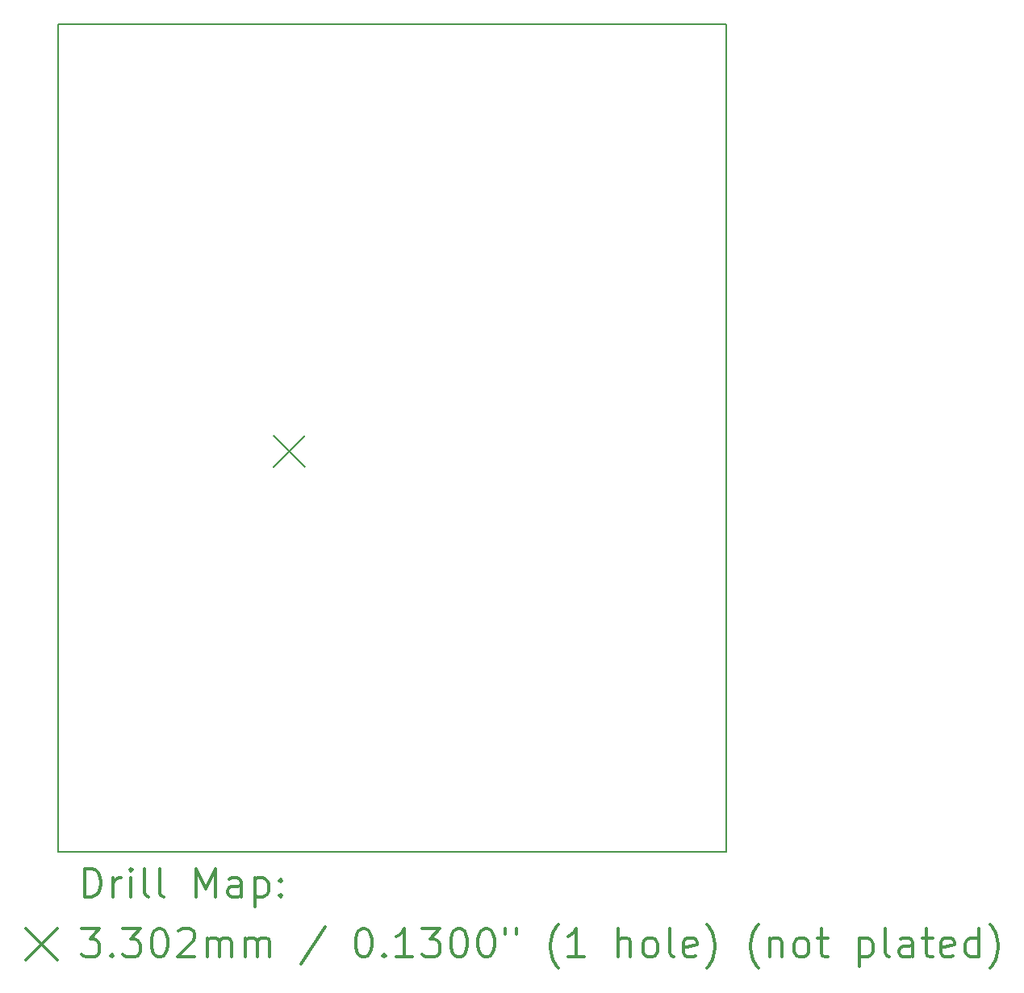
<source format=gbr>
%FSLAX45Y45*%
G04 Gerber Fmt 4.5, Leading zero omitted, Abs format (unit mm)*
G04 Created by KiCad (PCBNEW (5.1.10)-1) date 2021-11-18 00:00:58*
%MOMM*%
%LPD*%
G01*
G04 APERTURE LIST*
%TA.AperFunction,Profile*%
%ADD10C,0.152400*%
%TD*%
%ADD11C,0.200000*%
%ADD12C,0.300000*%
G04 APERTURE END LIST*
D10*
X18542000Y-6172200D02*
X18542000Y-14859000D01*
X11531600Y-6172200D02*
X18542000Y-6172200D01*
X11531600Y-14859000D02*
X11531600Y-6172200D01*
X18542000Y-14859000D02*
X11531600Y-14859000D01*
D11*
X13796010Y-10487660D02*
X14126210Y-10817860D01*
X14126210Y-10487660D02*
X13796010Y-10817860D01*
D12*
X11810408Y-15332334D02*
X11810408Y-15032334D01*
X11881837Y-15032334D01*
X11924694Y-15046620D01*
X11953266Y-15075191D01*
X11967551Y-15103763D01*
X11981837Y-15160906D01*
X11981837Y-15203763D01*
X11967551Y-15260906D01*
X11953266Y-15289477D01*
X11924694Y-15318049D01*
X11881837Y-15332334D01*
X11810408Y-15332334D01*
X12110408Y-15332334D02*
X12110408Y-15132334D01*
X12110408Y-15189477D02*
X12124694Y-15160906D01*
X12138980Y-15146620D01*
X12167551Y-15132334D01*
X12196123Y-15132334D01*
X12296123Y-15332334D02*
X12296123Y-15132334D01*
X12296123Y-15032334D02*
X12281837Y-15046620D01*
X12296123Y-15060906D01*
X12310408Y-15046620D01*
X12296123Y-15032334D01*
X12296123Y-15060906D01*
X12481837Y-15332334D02*
X12453266Y-15318049D01*
X12438980Y-15289477D01*
X12438980Y-15032334D01*
X12638980Y-15332334D02*
X12610408Y-15318049D01*
X12596123Y-15289477D01*
X12596123Y-15032334D01*
X12981837Y-15332334D02*
X12981837Y-15032334D01*
X13081837Y-15246620D01*
X13181837Y-15032334D01*
X13181837Y-15332334D01*
X13453266Y-15332334D02*
X13453266Y-15175191D01*
X13438980Y-15146620D01*
X13410408Y-15132334D01*
X13353266Y-15132334D01*
X13324694Y-15146620D01*
X13453266Y-15318049D02*
X13424694Y-15332334D01*
X13353266Y-15332334D01*
X13324694Y-15318049D01*
X13310408Y-15289477D01*
X13310408Y-15260906D01*
X13324694Y-15232334D01*
X13353266Y-15218049D01*
X13424694Y-15218049D01*
X13453266Y-15203763D01*
X13596123Y-15132334D02*
X13596123Y-15432334D01*
X13596123Y-15146620D02*
X13624694Y-15132334D01*
X13681837Y-15132334D01*
X13710408Y-15146620D01*
X13724694Y-15160906D01*
X13738980Y-15189477D01*
X13738980Y-15275191D01*
X13724694Y-15303763D01*
X13710408Y-15318049D01*
X13681837Y-15332334D01*
X13624694Y-15332334D01*
X13596123Y-15318049D01*
X13867551Y-15303763D02*
X13881837Y-15318049D01*
X13867551Y-15332334D01*
X13853266Y-15318049D01*
X13867551Y-15303763D01*
X13867551Y-15332334D01*
X13867551Y-15146620D02*
X13881837Y-15160906D01*
X13867551Y-15175191D01*
X13853266Y-15160906D01*
X13867551Y-15146620D01*
X13867551Y-15175191D01*
X11193780Y-15661520D02*
X11523980Y-15991720D01*
X11523980Y-15661520D02*
X11193780Y-15991720D01*
X11781837Y-15662334D02*
X11967551Y-15662334D01*
X11867551Y-15776620D01*
X11910408Y-15776620D01*
X11938980Y-15790906D01*
X11953266Y-15805191D01*
X11967551Y-15833763D01*
X11967551Y-15905191D01*
X11953266Y-15933763D01*
X11938980Y-15948049D01*
X11910408Y-15962334D01*
X11824694Y-15962334D01*
X11796123Y-15948049D01*
X11781837Y-15933763D01*
X12096123Y-15933763D02*
X12110408Y-15948049D01*
X12096123Y-15962334D01*
X12081837Y-15948049D01*
X12096123Y-15933763D01*
X12096123Y-15962334D01*
X12210408Y-15662334D02*
X12396123Y-15662334D01*
X12296123Y-15776620D01*
X12338980Y-15776620D01*
X12367551Y-15790906D01*
X12381837Y-15805191D01*
X12396123Y-15833763D01*
X12396123Y-15905191D01*
X12381837Y-15933763D01*
X12367551Y-15948049D01*
X12338980Y-15962334D01*
X12253266Y-15962334D01*
X12224694Y-15948049D01*
X12210408Y-15933763D01*
X12581837Y-15662334D02*
X12610408Y-15662334D01*
X12638980Y-15676620D01*
X12653266Y-15690906D01*
X12667551Y-15719477D01*
X12681837Y-15776620D01*
X12681837Y-15848049D01*
X12667551Y-15905191D01*
X12653266Y-15933763D01*
X12638980Y-15948049D01*
X12610408Y-15962334D01*
X12581837Y-15962334D01*
X12553266Y-15948049D01*
X12538980Y-15933763D01*
X12524694Y-15905191D01*
X12510408Y-15848049D01*
X12510408Y-15776620D01*
X12524694Y-15719477D01*
X12538980Y-15690906D01*
X12553266Y-15676620D01*
X12581837Y-15662334D01*
X12796123Y-15690906D02*
X12810408Y-15676620D01*
X12838980Y-15662334D01*
X12910408Y-15662334D01*
X12938980Y-15676620D01*
X12953266Y-15690906D01*
X12967551Y-15719477D01*
X12967551Y-15748049D01*
X12953266Y-15790906D01*
X12781837Y-15962334D01*
X12967551Y-15962334D01*
X13096123Y-15962334D02*
X13096123Y-15762334D01*
X13096123Y-15790906D02*
X13110408Y-15776620D01*
X13138980Y-15762334D01*
X13181837Y-15762334D01*
X13210408Y-15776620D01*
X13224694Y-15805191D01*
X13224694Y-15962334D01*
X13224694Y-15805191D02*
X13238980Y-15776620D01*
X13267551Y-15762334D01*
X13310408Y-15762334D01*
X13338980Y-15776620D01*
X13353266Y-15805191D01*
X13353266Y-15962334D01*
X13496123Y-15962334D02*
X13496123Y-15762334D01*
X13496123Y-15790906D02*
X13510408Y-15776620D01*
X13538980Y-15762334D01*
X13581837Y-15762334D01*
X13610408Y-15776620D01*
X13624694Y-15805191D01*
X13624694Y-15962334D01*
X13624694Y-15805191D02*
X13638980Y-15776620D01*
X13667551Y-15762334D01*
X13710408Y-15762334D01*
X13738980Y-15776620D01*
X13753266Y-15805191D01*
X13753266Y-15962334D01*
X14338980Y-15648049D02*
X14081837Y-16033763D01*
X14724694Y-15662334D02*
X14753266Y-15662334D01*
X14781837Y-15676620D01*
X14796123Y-15690906D01*
X14810408Y-15719477D01*
X14824694Y-15776620D01*
X14824694Y-15848049D01*
X14810408Y-15905191D01*
X14796123Y-15933763D01*
X14781837Y-15948049D01*
X14753266Y-15962334D01*
X14724694Y-15962334D01*
X14696123Y-15948049D01*
X14681837Y-15933763D01*
X14667551Y-15905191D01*
X14653266Y-15848049D01*
X14653266Y-15776620D01*
X14667551Y-15719477D01*
X14681837Y-15690906D01*
X14696123Y-15676620D01*
X14724694Y-15662334D01*
X14953266Y-15933763D02*
X14967551Y-15948049D01*
X14953266Y-15962334D01*
X14938980Y-15948049D01*
X14953266Y-15933763D01*
X14953266Y-15962334D01*
X15253266Y-15962334D02*
X15081837Y-15962334D01*
X15167551Y-15962334D02*
X15167551Y-15662334D01*
X15138980Y-15705191D01*
X15110408Y-15733763D01*
X15081837Y-15748049D01*
X15353266Y-15662334D02*
X15538980Y-15662334D01*
X15438980Y-15776620D01*
X15481837Y-15776620D01*
X15510408Y-15790906D01*
X15524694Y-15805191D01*
X15538980Y-15833763D01*
X15538980Y-15905191D01*
X15524694Y-15933763D01*
X15510408Y-15948049D01*
X15481837Y-15962334D01*
X15396123Y-15962334D01*
X15367551Y-15948049D01*
X15353266Y-15933763D01*
X15724694Y-15662334D02*
X15753266Y-15662334D01*
X15781837Y-15676620D01*
X15796123Y-15690906D01*
X15810408Y-15719477D01*
X15824694Y-15776620D01*
X15824694Y-15848049D01*
X15810408Y-15905191D01*
X15796123Y-15933763D01*
X15781837Y-15948049D01*
X15753266Y-15962334D01*
X15724694Y-15962334D01*
X15696123Y-15948049D01*
X15681837Y-15933763D01*
X15667551Y-15905191D01*
X15653266Y-15848049D01*
X15653266Y-15776620D01*
X15667551Y-15719477D01*
X15681837Y-15690906D01*
X15696123Y-15676620D01*
X15724694Y-15662334D01*
X16010408Y-15662334D02*
X16038980Y-15662334D01*
X16067551Y-15676620D01*
X16081837Y-15690906D01*
X16096123Y-15719477D01*
X16110408Y-15776620D01*
X16110408Y-15848049D01*
X16096123Y-15905191D01*
X16081837Y-15933763D01*
X16067551Y-15948049D01*
X16038980Y-15962334D01*
X16010408Y-15962334D01*
X15981837Y-15948049D01*
X15967551Y-15933763D01*
X15953266Y-15905191D01*
X15938980Y-15848049D01*
X15938980Y-15776620D01*
X15953266Y-15719477D01*
X15967551Y-15690906D01*
X15981837Y-15676620D01*
X16010408Y-15662334D01*
X16224694Y-15662334D02*
X16224694Y-15719477D01*
X16338980Y-15662334D02*
X16338980Y-15719477D01*
X16781837Y-16076620D02*
X16767551Y-16062334D01*
X16738980Y-16019477D01*
X16724694Y-15990906D01*
X16710408Y-15948049D01*
X16696123Y-15876620D01*
X16696123Y-15819477D01*
X16710408Y-15748049D01*
X16724694Y-15705191D01*
X16738980Y-15676620D01*
X16767551Y-15633763D01*
X16781837Y-15619477D01*
X17053266Y-15962334D02*
X16881837Y-15962334D01*
X16967551Y-15962334D02*
X16967551Y-15662334D01*
X16938980Y-15705191D01*
X16910408Y-15733763D01*
X16881837Y-15748049D01*
X17410408Y-15962334D02*
X17410408Y-15662334D01*
X17538980Y-15962334D02*
X17538980Y-15805191D01*
X17524694Y-15776620D01*
X17496123Y-15762334D01*
X17453266Y-15762334D01*
X17424694Y-15776620D01*
X17410408Y-15790906D01*
X17724694Y-15962334D02*
X17696123Y-15948049D01*
X17681837Y-15933763D01*
X17667551Y-15905191D01*
X17667551Y-15819477D01*
X17681837Y-15790906D01*
X17696123Y-15776620D01*
X17724694Y-15762334D01*
X17767551Y-15762334D01*
X17796123Y-15776620D01*
X17810408Y-15790906D01*
X17824694Y-15819477D01*
X17824694Y-15905191D01*
X17810408Y-15933763D01*
X17796123Y-15948049D01*
X17767551Y-15962334D01*
X17724694Y-15962334D01*
X17996123Y-15962334D02*
X17967551Y-15948049D01*
X17953266Y-15919477D01*
X17953266Y-15662334D01*
X18224694Y-15948049D02*
X18196123Y-15962334D01*
X18138980Y-15962334D01*
X18110408Y-15948049D01*
X18096123Y-15919477D01*
X18096123Y-15805191D01*
X18110408Y-15776620D01*
X18138980Y-15762334D01*
X18196123Y-15762334D01*
X18224694Y-15776620D01*
X18238980Y-15805191D01*
X18238980Y-15833763D01*
X18096123Y-15862334D01*
X18338980Y-16076620D02*
X18353266Y-16062334D01*
X18381837Y-16019477D01*
X18396123Y-15990906D01*
X18410408Y-15948049D01*
X18424694Y-15876620D01*
X18424694Y-15819477D01*
X18410408Y-15748049D01*
X18396123Y-15705191D01*
X18381837Y-15676620D01*
X18353266Y-15633763D01*
X18338980Y-15619477D01*
X18881837Y-16076620D02*
X18867551Y-16062334D01*
X18838980Y-16019477D01*
X18824694Y-15990906D01*
X18810408Y-15948049D01*
X18796123Y-15876620D01*
X18796123Y-15819477D01*
X18810408Y-15748049D01*
X18824694Y-15705191D01*
X18838980Y-15676620D01*
X18867551Y-15633763D01*
X18881837Y-15619477D01*
X18996123Y-15762334D02*
X18996123Y-15962334D01*
X18996123Y-15790906D02*
X19010408Y-15776620D01*
X19038980Y-15762334D01*
X19081837Y-15762334D01*
X19110408Y-15776620D01*
X19124694Y-15805191D01*
X19124694Y-15962334D01*
X19310408Y-15962334D02*
X19281837Y-15948049D01*
X19267551Y-15933763D01*
X19253266Y-15905191D01*
X19253266Y-15819477D01*
X19267551Y-15790906D01*
X19281837Y-15776620D01*
X19310408Y-15762334D01*
X19353266Y-15762334D01*
X19381837Y-15776620D01*
X19396123Y-15790906D01*
X19410408Y-15819477D01*
X19410408Y-15905191D01*
X19396123Y-15933763D01*
X19381837Y-15948049D01*
X19353266Y-15962334D01*
X19310408Y-15962334D01*
X19496123Y-15762334D02*
X19610408Y-15762334D01*
X19538980Y-15662334D02*
X19538980Y-15919477D01*
X19553266Y-15948049D01*
X19581837Y-15962334D01*
X19610408Y-15962334D01*
X19938980Y-15762334D02*
X19938980Y-16062334D01*
X19938980Y-15776620D02*
X19967551Y-15762334D01*
X20024694Y-15762334D01*
X20053266Y-15776620D01*
X20067551Y-15790906D01*
X20081837Y-15819477D01*
X20081837Y-15905191D01*
X20067551Y-15933763D01*
X20053266Y-15948049D01*
X20024694Y-15962334D01*
X19967551Y-15962334D01*
X19938980Y-15948049D01*
X20253266Y-15962334D02*
X20224694Y-15948049D01*
X20210408Y-15919477D01*
X20210408Y-15662334D01*
X20496123Y-15962334D02*
X20496123Y-15805191D01*
X20481837Y-15776620D01*
X20453266Y-15762334D01*
X20396123Y-15762334D01*
X20367551Y-15776620D01*
X20496123Y-15948049D02*
X20467551Y-15962334D01*
X20396123Y-15962334D01*
X20367551Y-15948049D01*
X20353266Y-15919477D01*
X20353266Y-15890906D01*
X20367551Y-15862334D01*
X20396123Y-15848049D01*
X20467551Y-15848049D01*
X20496123Y-15833763D01*
X20596123Y-15762334D02*
X20710408Y-15762334D01*
X20638980Y-15662334D02*
X20638980Y-15919477D01*
X20653266Y-15948049D01*
X20681837Y-15962334D01*
X20710408Y-15962334D01*
X20924694Y-15948049D02*
X20896123Y-15962334D01*
X20838980Y-15962334D01*
X20810408Y-15948049D01*
X20796123Y-15919477D01*
X20796123Y-15805191D01*
X20810408Y-15776620D01*
X20838980Y-15762334D01*
X20896123Y-15762334D01*
X20924694Y-15776620D01*
X20938980Y-15805191D01*
X20938980Y-15833763D01*
X20796123Y-15862334D01*
X21196123Y-15962334D02*
X21196123Y-15662334D01*
X21196123Y-15948049D02*
X21167551Y-15962334D01*
X21110408Y-15962334D01*
X21081837Y-15948049D01*
X21067551Y-15933763D01*
X21053266Y-15905191D01*
X21053266Y-15819477D01*
X21067551Y-15790906D01*
X21081837Y-15776620D01*
X21110408Y-15762334D01*
X21167551Y-15762334D01*
X21196123Y-15776620D01*
X21310408Y-16076620D02*
X21324694Y-16062334D01*
X21353266Y-16019477D01*
X21367551Y-15990906D01*
X21381837Y-15948049D01*
X21396123Y-15876620D01*
X21396123Y-15819477D01*
X21381837Y-15748049D01*
X21367551Y-15705191D01*
X21353266Y-15676620D01*
X21324694Y-15633763D01*
X21310408Y-15619477D01*
M02*

</source>
